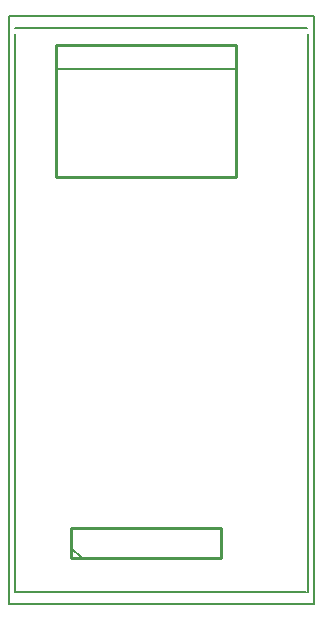
<source format=gto>
G04 MADE WITH FRITZING*
G04 WWW.FRITZING.ORG*
G04 SINGLE SIDED*
G04 HOLES NOT PLATED*
G04 CONTOUR ON CENTER OF CONTOUR VECTOR*
%ASAXBY*%
%FSLAX23Y23*%
%MOIN*%
%OFA0B0*%
%SFA1.0B1.0*%
%ADD10R,1.023620X1.968500X1.007620X1.952500*%
%ADD11C,0.008000*%
%ADD12C,0.007960*%
%ADD13C,0.010000*%
%ADD14C,0.005000*%
%LNSILK1*%
G90*
G70*
G54D11*
X4Y1965D02*
X1020Y1965D01*
X1020Y4D01*
X4Y4D01*
X4Y1965D01*
D02*
G54D12*
X25Y1904D02*
X25Y44D01*
D02*
X1001Y44D02*
X1001Y1904D01*
D02*
X25Y44D02*
X995Y44D01*
D02*
X25Y1925D02*
X998Y1925D01*
G54D13*
D02*
X162Y1426D02*
X762Y1426D01*
D02*
X762Y1426D02*
X762Y1866D01*
D02*
X762Y1866D02*
X162Y1866D01*
D02*
X162Y1866D02*
X162Y1426D01*
G54D14*
D02*
X762Y1786D02*
X162Y1786D01*
G54D13*
D02*
X212Y156D02*
X712Y156D01*
D02*
X712Y156D02*
X712Y256D01*
D02*
X712Y256D02*
X212Y256D01*
D02*
X212Y256D02*
X212Y156D01*
G54D14*
D02*
X247Y156D02*
X212Y191D01*
G04 End of Silk1*
M02*
</source>
